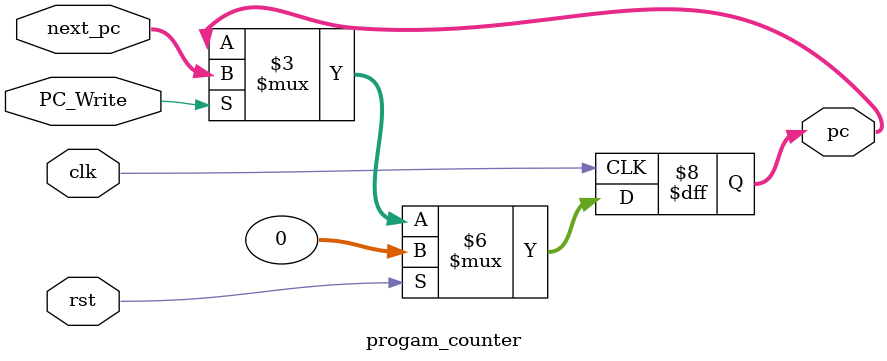
<source format=sv>
`timescale 1ns / 1ps


module progam_counter(
input logic clk,
input logic rst,
input logic PC_Write,
input logic [31:0] next_pc,
output logic [31:0] pc
    );
    
    always@(posedge clk) begin
    if (rst) begin pc <=0; end
    else if (PC_Write) begin pc<= next_pc; end
    else pc<=pc;
    end
   
endmodule

</source>
